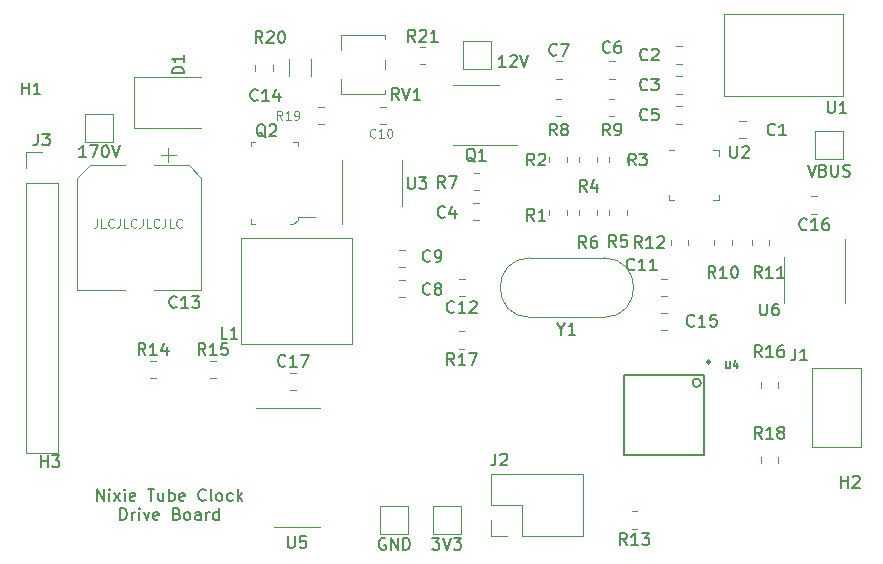
<source format=gbr>
%TF.GenerationSoftware,KiCad,Pcbnew,(6.0.2)*%
%TF.CreationDate,2023-05-20T08:16:15+01:00*%
%TF.ProjectId,Main Board,4d61696e-2042-46f6-9172-642e6b696361,rev?*%
%TF.SameCoordinates,Original*%
%TF.FileFunction,Legend,Top*%
%TF.FilePolarity,Positive*%
%FSLAX46Y46*%
G04 Gerber Fmt 4.6, Leading zero omitted, Abs format (unit mm)*
G04 Created by KiCad (PCBNEW (6.0.2)) date 2023-05-20 08:16:15*
%MOMM*%
%LPD*%
G01*
G04 APERTURE LIST*
%ADD10C,0.100000*%
%ADD11C,0.150000*%
%ADD12C,0.120000*%
%ADD13C,0.152400*%
%ADD14C,0.254000*%
G04 APERTURE END LIST*
D10*
X120995714Y-87219285D02*
X120995714Y-87755000D01*
X120960000Y-87862142D01*
X120888571Y-87933571D01*
X120781428Y-87969285D01*
X120710000Y-87969285D01*
X121710000Y-87969285D02*
X121352857Y-87969285D01*
X121352857Y-87219285D01*
X122388571Y-87897857D02*
X122352857Y-87933571D01*
X122245714Y-87969285D01*
X122174285Y-87969285D01*
X122067142Y-87933571D01*
X121995714Y-87862142D01*
X121960000Y-87790714D01*
X121924285Y-87647857D01*
X121924285Y-87540714D01*
X121960000Y-87397857D01*
X121995714Y-87326428D01*
X122067142Y-87255000D01*
X122174285Y-87219285D01*
X122245714Y-87219285D01*
X122352857Y-87255000D01*
X122388571Y-87290714D01*
X122924285Y-87219285D02*
X122924285Y-87755000D01*
X122888571Y-87862142D01*
X122817142Y-87933571D01*
X122710000Y-87969285D01*
X122638571Y-87969285D01*
X123638571Y-87969285D02*
X123281428Y-87969285D01*
X123281428Y-87219285D01*
X124317142Y-87897857D02*
X124281428Y-87933571D01*
X124174285Y-87969285D01*
X124102857Y-87969285D01*
X123995714Y-87933571D01*
X123924285Y-87862142D01*
X123888571Y-87790714D01*
X123852857Y-87647857D01*
X123852857Y-87540714D01*
X123888571Y-87397857D01*
X123924285Y-87326428D01*
X123995714Y-87255000D01*
X124102857Y-87219285D01*
X124174285Y-87219285D01*
X124281428Y-87255000D01*
X124317142Y-87290714D01*
X124852857Y-87219285D02*
X124852857Y-87755000D01*
X124817142Y-87862142D01*
X124745714Y-87933571D01*
X124638571Y-87969285D01*
X124567142Y-87969285D01*
X125567142Y-87969285D02*
X125210000Y-87969285D01*
X125210000Y-87219285D01*
X126245714Y-87897857D02*
X126210000Y-87933571D01*
X126102857Y-87969285D01*
X126031428Y-87969285D01*
X125924285Y-87933571D01*
X125852857Y-87862142D01*
X125817142Y-87790714D01*
X125781428Y-87647857D01*
X125781428Y-87540714D01*
X125817142Y-87397857D01*
X125852857Y-87326428D01*
X125924285Y-87255000D01*
X126031428Y-87219285D01*
X126102857Y-87219285D01*
X126210000Y-87255000D01*
X126245714Y-87290714D01*
X126781428Y-87219285D02*
X126781428Y-87755000D01*
X126745714Y-87862142D01*
X126674285Y-87933571D01*
X126567142Y-87969285D01*
X126495714Y-87969285D01*
X127495714Y-87969285D02*
X127138571Y-87969285D01*
X127138571Y-87219285D01*
X128174285Y-87897857D02*
X128138571Y-87933571D01*
X128031428Y-87969285D01*
X127960000Y-87969285D01*
X127852857Y-87933571D01*
X127781428Y-87862142D01*
X127745714Y-87790714D01*
X127710000Y-87647857D01*
X127710000Y-87540714D01*
X127745714Y-87397857D01*
X127781428Y-87326428D01*
X127852857Y-87255000D01*
X127960000Y-87219285D01*
X128031428Y-87219285D01*
X128138571Y-87255000D01*
X128174285Y-87290714D01*
D11*
X120988185Y-111104613D02*
X120988185Y-110104613D01*
X121559613Y-111104613D01*
X121559613Y-110104613D01*
X122035804Y-111104613D02*
X122035804Y-110437947D01*
X122035804Y-110104613D02*
X121988185Y-110152233D01*
X122035804Y-110199852D01*
X122083423Y-110152233D01*
X122035804Y-110104613D01*
X122035804Y-110199852D01*
X122416756Y-111104613D02*
X122940566Y-110437947D01*
X122416756Y-110437947D02*
X122940566Y-111104613D01*
X123321518Y-111104613D02*
X123321518Y-110437947D01*
X123321518Y-110104613D02*
X123273899Y-110152233D01*
X123321518Y-110199852D01*
X123369137Y-110152233D01*
X123321518Y-110104613D01*
X123321518Y-110199852D01*
X124178661Y-111056994D02*
X124083423Y-111104613D01*
X123892947Y-111104613D01*
X123797709Y-111056994D01*
X123750090Y-110961756D01*
X123750090Y-110580804D01*
X123797709Y-110485566D01*
X123892947Y-110437947D01*
X124083423Y-110437947D01*
X124178661Y-110485566D01*
X124226280Y-110580804D01*
X124226280Y-110676042D01*
X123750090Y-110771280D01*
X125273899Y-110104613D02*
X125845328Y-110104613D01*
X125559613Y-111104613D02*
X125559613Y-110104613D01*
X126607233Y-110437947D02*
X126607233Y-111104613D01*
X126178661Y-110437947D02*
X126178661Y-110961756D01*
X126226280Y-111056994D01*
X126321518Y-111104613D01*
X126464375Y-111104613D01*
X126559613Y-111056994D01*
X126607233Y-111009375D01*
X127083423Y-111104613D02*
X127083423Y-110104613D01*
X127083423Y-110485566D02*
X127178661Y-110437947D01*
X127369137Y-110437947D01*
X127464375Y-110485566D01*
X127511994Y-110533185D01*
X127559613Y-110628423D01*
X127559613Y-110914137D01*
X127511994Y-111009375D01*
X127464375Y-111056994D01*
X127369137Y-111104613D01*
X127178661Y-111104613D01*
X127083423Y-111056994D01*
X128369137Y-111056994D02*
X128273899Y-111104613D01*
X128083423Y-111104613D01*
X127988185Y-111056994D01*
X127940566Y-110961756D01*
X127940566Y-110580804D01*
X127988185Y-110485566D01*
X128083423Y-110437947D01*
X128273899Y-110437947D01*
X128369137Y-110485566D01*
X128416756Y-110580804D01*
X128416756Y-110676042D01*
X127940566Y-110771280D01*
X130178661Y-111009375D02*
X130131042Y-111056994D01*
X129988185Y-111104613D01*
X129892947Y-111104613D01*
X129750090Y-111056994D01*
X129654852Y-110961756D01*
X129607233Y-110866518D01*
X129559613Y-110676042D01*
X129559613Y-110533185D01*
X129607233Y-110342709D01*
X129654852Y-110247471D01*
X129750090Y-110152233D01*
X129892947Y-110104613D01*
X129988185Y-110104613D01*
X130131042Y-110152233D01*
X130178661Y-110199852D01*
X130750090Y-111104613D02*
X130654852Y-111056994D01*
X130607233Y-110961756D01*
X130607233Y-110104613D01*
X131273899Y-111104613D02*
X131178661Y-111056994D01*
X131131042Y-111009375D01*
X131083423Y-110914137D01*
X131083423Y-110628423D01*
X131131042Y-110533185D01*
X131178661Y-110485566D01*
X131273899Y-110437947D01*
X131416756Y-110437947D01*
X131511994Y-110485566D01*
X131559613Y-110533185D01*
X131607233Y-110628423D01*
X131607233Y-110914137D01*
X131559613Y-111009375D01*
X131511994Y-111056994D01*
X131416756Y-111104613D01*
X131273899Y-111104613D01*
X132464375Y-111056994D02*
X132369137Y-111104613D01*
X132178661Y-111104613D01*
X132083423Y-111056994D01*
X132035804Y-111009375D01*
X131988185Y-110914137D01*
X131988185Y-110628423D01*
X132035804Y-110533185D01*
X132083423Y-110485566D01*
X132178661Y-110437947D01*
X132369137Y-110437947D01*
X132464375Y-110485566D01*
X132892947Y-111104613D02*
X132892947Y-110104613D01*
X132988185Y-110723661D02*
X133273899Y-111104613D01*
X133273899Y-110437947D02*
X132892947Y-110818899D01*
X122940566Y-112714613D02*
X122940566Y-111714613D01*
X123178661Y-111714613D01*
X123321518Y-111762233D01*
X123416756Y-111857471D01*
X123464375Y-111952709D01*
X123511994Y-112143185D01*
X123511994Y-112286042D01*
X123464375Y-112476518D01*
X123416756Y-112571756D01*
X123321518Y-112666994D01*
X123178661Y-112714613D01*
X122940566Y-112714613D01*
X123940566Y-112714613D02*
X123940566Y-112047947D01*
X123940566Y-112238423D02*
X123988185Y-112143185D01*
X124035804Y-112095566D01*
X124131042Y-112047947D01*
X124226280Y-112047947D01*
X124559613Y-112714613D02*
X124559613Y-112047947D01*
X124559613Y-111714613D02*
X124511994Y-111762233D01*
X124559613Y-111809852D01*
X124607233Y-111762233D01*
X124559613Y-111714613D01*
X124559613Y-111809852D01*
X124940566Y-112047947D02*
X125178661Y-112714613D01*
X125416756Y-112047947D01*
X126178661Y-112666994D02*
X126083423Y-112714613D01*
X125892947Y-112714613D01*
X125797709Y-112666994D01*
X125750090Y-112571756D01*
X125750090Y-112190804D01*
X125797709Y-112095566D01*
X125892947Y-112047947D01*
X126083423Y-112047947D01*
X126178661Y-112095566D01*
X126226280Y-112190804D01*
X126226280Y-112286042D01*
X125750090Y-112381280D01*
X127750090Y-112190804D02*
X127892947Y-112238423D01*
X127940566Y-112286042D01*
X127988185Y-112381280D01*
X127988185Y-112524137D01*
X127940566Y-112619375D01*
X127892947Y-112666994D01*
X127797709Y-112714613D01*
X127416756Y-112714613D01*
X127416756Y-111714613D01*
X127750090Y-111714613D01*
X127845328Y-111762233D01*
X127892947Y-111809852D01*
X127940566Y-111905090D01*
X127940566Y-112000328D01*
X127892947Y-112095566D01*
X127845328Y-112143185D01*
X127750090Y-112190804D01*
X127416756Y-112190804D01*
X128559613Y-112714613D02*
X128464375Y-112666994D01*
X128416756Y-112619375D01*
X128369137Y-112524137D01*
X128369137Y-112238423D01*
X128416756Y-112143185D01*
X128464375Y-112095566D01*
X128559613Y-112047947D01*
X128702471Y-112047947D01*
X128797709Y-112095566D01*
X128845328Y-112143185D01*
X128892947Y-112238423D01*
X128892947Y-112524137D01*
X128845328Y-112619375D01*
X128797709Y-112666994D01*
X128702471Y-112714613D01*
X128559613Y-112714613D01*
X129750090Y-112714613D02*
X129750090Y-112190804D01*
X129702471Y-112095566D01*
X129607233Y-112047947D01*
X129416756Y-112047947D01*
X129321518Y-112095566D01*
X129750090Y-112666994D02*
X129654852Y-112714613D01*
X129416756Y-112714613D01*
X129321518Y-112666994D01*
X129273899Y-112571756D01*
X129273899Y-112476518D01*
X129321518Y-112381280D01*
X129416756Y-112333661D01*
X129654852Y-112333661D01*
X129750090Y-112286042D01*
X130226280Y-112714613D02*
X130226280Y-112047947D01*
X130226280Y-112238423D02*
X130273899Y-112143185D01*
X130321518Y-112095566D01*
X130416756Y-112047947D01*
X130511994Y-112047947D01*
X131273899Y-112714613D02*
X131273899Y-111714613D01*
X131273899Y-112666994D02*
X131178661Y-112714613D01*
X130988185Y-112714613D01*
X130892947Y-112666994D01*
X130845328Y-112619375D01*
X130797709Y-112524137D01*
X130797709Y-112238423D01*
X130845328Y-112143185D01*
X130892947Y-112095566D01*
X130988185Y-112047947D01*
X131178661Y-112047947D01*
X131273899Y-112095566D01*
X155590952Y-74366380D02*
X155019523Y-74366380D01*
X155305238Y-74366380D02*
X155305238Y-73366380D01*
X155210000Y-73509238D01*
X155114761Y-73604476D01*
X155019523Y-73652095D01*
X155971904Y-73461619D02*
X156019523Y-73414000D01*
X156114761Y-73366380D01*
X156352857Y-73366380D01*
X156448095Y-73414000D01*
X156495714Y-73461619D01*
X156543333Y-73556857D01*
X156543333Y-73652095D01*
X156495714Y-73794952D01*
X155924285Y-74366380D01*
X156543333Y-74366380D01*
X156829047Y-73366380D02*
X157162380Y-74366380D01*
X157495714Y-73366380D01*
%TO.C,C4*%
X150435566Y-87049375D02*
X150387947Y-87096994D01*
X150245090Y-87144613D01*
X150149852Y-87144613D01*
X150006994Y-87096994D01*
X149911756Y-87001756D01*
X149864137Y-86906518D01*
X149816518Y-86716042D01*
X149816518Y-86573185D01*
X149864137Y-86382709D01*
X149911756Y-86287471D01*
X150006994Y-86192233D01*
X150149852Y-86144613D01*
X150245090Y-86144613D01*
X150387947Y-86192233D01*
X150435566Y-86239852D01*
X151292709Y-86477947D02*
X151292709Y-87144613D01*
X151054613Y-86096994D02*
X150816518Y-86811280D01*
X151435566Y-86811280D01*
%TO.C,Q2*%
X135266994Y-80323619D02*
X135171756Y-80276000D01*
X135076518Y-80180761D01*
X134933661Y-80037904D01*
X134838423Y-79990285D01*
X134743185Y-79990285D01*
X134790804Y-80228380D02*
X134695566Y-80180761D01*
X134600328Y-80085523D01*
X134552709Y-79895047D01*
X134552709Y-79561714D01*
X134600328Y-79371238D01*
X134695566Y-79276000D01*
X134790804Y-79228380D01*
X134981280Y-79228380D01*
X135076518Y-79276000D01*
X135171756Y-79371238D01*
X135219375Y-79561714D01*
X135219375Y-79895047D01*
X135171756Y-80085523D01*
X135076518Y-80180761D01*
X134981280Y-80228380D01*
X134790804Y-80228380D01*
X135600328Y-79323619D02*
X135647947Y-79276000D01*
X135743185Y-79228380D01*
X135981280Y-79228380D01*
X136076518Y-79276000D01*
X136124137Y-79323619D01*
X136171756Y-79418857D01*
X136171756Y-79514095D01*
X136124137Y-79656952D01*
X135552709Y-80228380D01*
X136171756Y-80228380D01*
%TO.C,R14*%
X125089892Y-98751380D02*
X124756559Y-98275190D01*
X124518464Y-98751380D02*
X124518464Y-97751380D01*
X124899416Y-97751380D01*
X124994654Y-97799000D01*
X125042273Y-97846619D01*
X125089892Y-97941857D01*
X125089892Y-98084714D01*
X125042273Y-98179952D01*
X124994654Y-98227571D01*
X124899416Y-98275190D01*
X124518464Y-98275190D01*
X126042273Y-98751380D02*
X125470845Y-98751380D01*
X125756559Y-98751380D02*
X125756559Y-97751380D01*
X125661321Y-97894238D01*
X125566083Y-97989476D01*
X125470845Y-98037095D01*
X126899416Y-98084714D02*
X126899416Y-98751380D01*
X126661321Y-97703761D02*
X126423226Y-98418047D01*
X127042273Y-98418047D01*
%TO.C,C5*%
X167580566Y-78794375D02*
X167532947Y-78841994D01*
X167390090Y-78889613D01*
X167294852Y-78889613D01*
X167151994Y-78841994D01*
X167056756Y-78746756D01*
X167009137Y-78651518D01*
X166961518Y-78461042D01*
X166961518Y-78318185D01*
X167009137Y-78127709D01*
X167056756Y-78032471D01*
X167151994Y-77937233D01*
X167294852Y-77889613D01*
X167390090Y-77889613D01*
X167532947Y-77937233D01*
X167580566Y-77984852D01*
X168485328Y-77889613D02*
X168009137Y-77889613D01*
X167961518Y-78365804D01*
X168009137Y-78318185D01*
X168104375Y-78270566D01*
X168342471Y-78270566D01*
X168437709Y-78318185D01*
X168485328Y-78365804D01*
X168532947Y-78461042D01*
X168532947Y-78699137D01*
X168485328Y-78794375D01*
X168437709Y-78841994D01*
X168342471Y-78889613D01*
X168104375Y-78889613D01*
X168009137Y-78841994D01*
X167961518Y-78794375D01*
%TO.C,Q1*%
X152996994Y-82384852D02*
X152901756Y-82337233D01*
X152806518Y-82241994D01*
X152663661Y-82099137D01*
X152568423Y-82051518D01*
X152473185Y-82051518D01*
X152520804Y-82289613D02*
X152425566Y-82241994D01*
X152330328Y-82146756D01*
X152282709Y-81956280D01*
X152282709Y-81622947D01*
X152330328Y-81432471D01*
X152425566Y-81337233D01*
X152520804Y-81289613D01*
X152711280Y-81289613D01*
X152806518Y-81337233D01*
X152901756Y-81432471D01*
X152949375Y-81622947D01*
X152949375Y-81956280D01*
X152901756Y-82146756D01*
X152806518Y-82241994D01*
X152711280Y-82289613D01*
X152520804Y-82289613D01*
X153901756Y-82289613D02*
X153330328Y-82289613D01*
X153616042Y-82289613D02*
X153616042Y-81289613D01*
X153520804Y-81432471D01*
X153425566Y-81527709D01*
X153330328Y-81575328D01*
%TO.C,R9*%
X164405566Y-80159613D02*
X164072233Y-79683423D01*
X163834137Y-80159613D02*
X163834137Y-79159613D01*
X164215090Y-79159613D01*
X164310328Y-79207233D01*
X164357947Y-79254852D01*
X164405566Y-79350090D01*
X164405566Y-79492947D01*
X164357947Y-79588185D01*
X164310328Y-79635804D01*
X164215090Y-79683423D01*
X163834137Y-79683423D01*
X164881756Y-80159613D02*
X165072233Y-80159613D01*
X165167471Y-80111994D01*
X165215090Y-80064375D01*
X165310328Y-79921518D01*
X165357947Y-79731042D01*
X165357947Y-79350090D01*
X165310328Y-79254852D01*
X165262709Y-79207233D01*
X165167471Y-79159613D01*
X164976994Y-79159613D01*
X164881756Y-79207233D01*
X164834137Y-79254852D01*
X164786518Y-79350090D01*
X164786518Y-79588185D01*
X164834137Y-79683423D01*
X164881756Y-79731042D01*
X164976994Y-79778661D01*
X165167471Y-79778661D01*
X165262709Y-79731042D01*
X165310328Y-79683423D01*
X165357947Y-79588185D01*
%TO.C,R8*%
X159910566Y-80159613D02*
X159577233Y-79683423D01*
X159339137Y-80159613D02*
X159339137Y-79159613D01*
X159720090Y-79159613D01*
X159815328Y-79207233D01*
X159862947Y-79254852D01*
X159910566Y-79350090D01*
X159910566Y-79492947D01*
X159862947Y-79588185D01*
X159815328Y-79635804D01*
X159720090Y-79683423D01*
X159339137Y-79683423D01*
X160481994Y-79588185D02*
X160386756Y-79540566D01*
X160339137Y-79492947D01*
X160291518Y-79397709D01*
X160291518Y-79350090D01*
X160339137Y-79254852D01*
X160386756Y-79207233D01*
X160481994Y-79159613D01*
X160672471Y-79159613D01*
X160767709Y-79207233D01*
X160815328Y-79254852D01*
X160862947Y-79350090D01*
X160862947Y-79397709D01*
X160815328Y-79492947D01*
X160767709Y-79540566D01*
X160672471Y-79588185D01*
X160481994Y-79588185D01*
X160386756Y-79635804D01*
X160339137Y-79683423D01*
X160291518Y-79778661D01*
X160291518Y-79969137D01*
X160339137Y-80064375D01*
X160386756Y-80111994D01*
X160481994Y-80159613D01*
X160672471Y-80159613D01*
X160767709Y-80111994D01*
X160815328Y-80064375D01*
X160862947Y-79969137D01*
X160862947Y-79778661D01*
X160815328Y-79683423D01*
X160767709Y-79635804D01*
X160672471Y-79588185D01*
D12*
%TO.C,C10*%
X144551857Y-80277857D02*
X144516142Y-80313571D01*
X144409000Y-80349285D01*
X144337571Y-80349285D01*
X144230428Y-80313571D01*
X144159000Y-80242142D01*
X144123285Y-80170714D01*
X144087571Y-80027857D01*
X144087571Y-79920714D01*
X144123285Y-79777857D01*
X144159000Y-79706428D01*
X144230428Y-79635000D01*
X144337571Y-79599285D01*
X144409000Y-79599285D01*
X144516142Y-79635000D01*
X144551857Y-79670714D01*
X145266142Y-80349285D02*
X144837571Y-80349285D01*
X145051857Y-80349285D02*
X145051857Y-79599285D01*
X144980428Y-79706428D01*
X144909000Y-79777857D01*
X144837571Y-79813571D01*
X145730428Y-79599285D02*
X145801857Y-79599285D01*
X145873285Y-79635000D01*
X145909000Y-79670714D01*
X145944714Y-79742142D01*
X145980428Y-79885000D01*
X145980428Y-80063571D01*
X145944714Y-80206428D01*
X145909000Y-80277857D01*
X145873285Y-80313571D01*
X145801857Y-80349285D01*
X145730428Y-80349285D01*
X145659000Y-80313571D01*
X145623285Y-80277857D01*
X145587571Y-80206428D01*
X145551857Y-80063571D01*
X145551857Y-79885000D01*
X145587571Y-79742142D01*
X145623285Y-79670714D01*
X145659000Y-79635000D01*
X145730428Y-79599285D01*
D11*
%TO.C,RV1*%
X146544761Y-77160380D02*
X146211428Y-76684190D01*
X145973333Y-77160380D02*
X145973333Y-76160380D01*
X146354285Y-76160380D01*
X146449523Y-76208000D01*
X146497142Y-76255619D01*
X146544761Y-76350857D01*
X146544761Y-76493714D01*
X146497142Y-76588952D01*
X146449523Y-76636571D01*
X146354285Y-76684190D01*
X145973333Y-76684190D01*
X146830476Y-76160380D02*
X147163809Y-77160380D01*
X147497142Y-76160380D01*
X148354285Y-77160380D02*
X147782857Y-77160380D01*
X148068571Y-77160380D02*
X148068571Y-76160380D01*
X147973333Y-76303238D01*
X147878095Y-76398476D01*
X147782857Y-76446095D01*
%TO.C,R18*%
X177264375Y-105837113D02*
X176931042Y-105360923D01*
X176692947Y-105837113D02*
X176692947Y-104837113D01*
X177073899Y-104837113D01*
X177169137Y-104884733D01*
X177216756Y-104932352D01*
X177264375Y-105027590D01*
X177264375Y-105170447D01*
X177216756Y-105265685D01*
X177169137Y-105313304D01*
X177073899Y-105360923D01*
X176692947Y-105360923D01*
X178216756Y-105837113D02*
X177645328Y-105837113D01*
X177931042Y-105837113D02*
X177931042Y-104837113D01*
X177835804Y-104979971D01*
X177740566Y-105075209D01*
X177645328Y-105122828D01*
X178788185Y-105265685D02*
X178692947Y-105218066D01*
X178645328Y-105170447D01*
X178597709Y-105075209D01*
X178597709Y-105027590D01*
X178645328Y-104932352D01*
X178692947Y-104884733D01*
X178788185Y-104837113D01*
X178978661Y-104837113D01*
X179073899Y-104884733D01*
X179121518Y-104932352D01*
X179169137Y-105027590D01*
X179169137Y-105075209D01*
X179121518Y-105170447D01*
X179073899Y-105218066D01*
X178978661Y-105265685D01*
X178788185Y-105265685D01*
X178692947Y-105313304D01*
X178645328Y-105360923D01*
X178597709Y-105456161D01*
X178597709Y-105646637D01*
X178645328Y-105741875D01*
X178692947Y-105789494D01*
X178788185Y-105837113D01*
X178978661Y-105837113D01*
X179073899Y-105789494D01*
X179121518Y-105741875D01*
X179169137Y-105646637D01*
X179169137Y-105456161D01*
X179121518Y-105360923D01*
X179073899Y-105313304D01*
X178978661Y-105265685D01*
%TO.C,R3*%
X166583333Y-82699613D02*
X166250000Y-82223423D01*
X166011904Y-82699613D02*
X166011904Y-81699613D01*
X166392857Y-81699613D01*
X166488095Y-81747233D01*
X166535714Y-81794852D01*
X166583333Y-81890090D01*
X166583333Y-82032947D01*
X166535714Y-82128185D01*
X166488095Y-82175804D01*
X166392857Y-82223423D01*
X166011904Y-82223423D01*
X166916666Y-81699613D02*
X167535714Y-81699613D01*
X167202380Y-82080566D01*
X167345238Y-82080566D01*
X167440476Y-82128185D01*
X167488095Y-82175804D01*
X167535714Y-82271042D01*
X167535714Y-82509137D01*
X167488095Y-82604375D01*
X167440476Y-82651994D01*
X167345238Y-82699613D01*
X167059523Y-82699613D01*
X166964285Y-82651994D01*
X166916666Y-82604375D01*
%TO.C,H3*%
X116238095Y-108252380D02*
X116238095Y-107252380D01*
X116238095Y-107728571D02*
X116809523Y-107728571D01*
X116809523Y-108252380D02*
X116809523Y-107252380D01*
X117190476Y-107252380D02*
X117809523Y-107252380D01*
X117476190Y-107633333D01*
X117619047Y-107633333D01*
X117714285Y-107680952D01*
X117761904Y-107728571D01*
X117809523Y-107823809D01*
X117809523Y-108061904D01*
X117761904Y-108157142D01*
X117714285Y-108204761D01*
X117619047Y-108252380D01*
X117333333Y-108252380D01*
X117238095Y-108204761D01*
X117190476Y-108157142D01*
%TO.C,C1*%
X178375566Y-80064375D02*
X178327947Y-80111994D01*
X178185090Y-80159613D01*
X178089852Y-80159613D01*
X177946994Y-80111994D01*
X177851756Y-80016756D01*
X177804137Y-79921518D01*
X177756518Y-79731042D01*
X177756518Y-79588185D01*
X177804137Y-79397709D01*
X177851756Y-79302471D01*
X177946994Y-79207233D01*
X178089852Y-79159613D01*
X178185090Y-79159613D01*
X178327947Y-79207233D01*
X178375566Y-79254852D01*
X179327947Y-80159613D02*
X178756518Y-80159613D01*
X179042233Y-80159613D02*
X179042233Y-79159613D01*
X178946994Y-79302471D01*
X178851756Y-79397709D01*
X178756518Y-79445328D01*
%TO.C,C12*%
X151229375Y-95079375D02*
X151181756Y-95126994D01*
X151038899Y-95174613D01*
X150943661Y-95174613D01*
X150800804Y-95126994D01*
X150705566Y-95031756D01*
X150657947Y-94936518D01*
X150610328Y-94746042D01*
X150610328Y-94603185D01*
X150657947Y-94412709D01*
X150705566Y-94317471D01*
X150800804Y-94222233D01*
X150943661Y-94174613D01*
X151038899Y-94174613D01*
X151181756Y-94222233D01*
X151229375Y-94269852D01*
X152181756Y-95174613D02*
X151610328Y-95174613D01*
X151896042Y-95174613D02*
X151896042Y-94174613D01*
X151800804Y-94317471D01*
X151705566Y-94412709D01*
X151610328Y-94460328D01*
X152562709Y-94269852D02*
X152610328Y-94222233D01*
X152705566Y-94174613D01*
X152943661Y-94174613D01*
X153038899Y-94222233D01*
X153086518Y-94269852D01*
X153134137Y-94365090D01*
X153134137Y-94460328D01*
X153086518Y-94603185D01*
X152515090Y-95174613D01*
X153134137Y-95174613D01*
%TO.C,TP2*%
X145395328Y-114277233D02*
X145300090Y-114229613D01*
X145157233Y-114229613D01*
X145014375Y-114277233D01*
X144919137Y-114372471D01*
X144871518Y-114467709D01*
X144823899Y-114658185D01*
X144823899Y-114801042D01*
X144871518Y-114991518D01*
X144919137Y-115086756D01*
X145014375Y-115181994D01*
X145157233Y-115229613D01*
X145252471Y-115229613D01*
X145395328Y-115181994D01*
X145442947Y-115134375D01*
X145442947Y-114801042D01*
X145252471Y-114801042D01*
X145871518Y-115229613D02*
X145871518Y-114229613D01*
X146442947Y-115229613D01*
X146442947Y-114229613D01*
X146919137Y-115229613D02*
X146919137Y-114229613D01*
X147157233Y-114229613D01*
X147300090Y-114277233D01*
X147395328Y-114372471D01*
X147442947Y-114467709D01*
X147490566Y-114658185D01*
X147490566Y-114801042D01*
X147442947Y-114991518D01*
X147395328Y-115086756D01*
X147300090Y-115181994D01*
X147157233Y-115229613D01*
X146919137Y-115229613D01*
%TO.C,R17*%
X151229375Y-99589613D02*
X150896042Y-99113423D01*
X150657947Y-99589613D02*
X150657947Y-98589613D01*
X151038899Y-98589613D01*
X151134137Y-98637233D01*
X151181756Y-98684852D01*
X151229375Y-98780090D01*
X151229375Y-98922947D01*
X151181756Y-99018185D01*
X151134137Y-99065804D01*
X151038899Y-99113423D01*
X150657947Y-99113423D01*
X152181756Y-99589613D02*
X151610328Y-99589613D01*
X151896042Y-99589613D02*
X151896042Y-98589613D01*
X151800804Y-98732471D01*
X151705566Y-98827709D01*
X151610328Y-98875328D01*
X152515090Y-98589613D02*
X153181756Y-98589613D01*
X152753185Y-99589613D01*
%TO.C,L1*%
X132020566Y-97373380D02*
X131544375Y-97373380D01*
X131544375Y-96373380D01*
X132877709Y-97373380D02*
X132306280Y-97373380D01*
X132591994Y-97373380D02*
X132591994Y-96373380D01*
X132496756Y-96516238D01*
X132401518Y-96611476D01*
X132306280Y-96659095D01*
%TO.C,R4*%
X162443333Y-84907380D02*
X162110000Y-84431190D01*
X161871904Y-84907380D02*
X161871904Y-83907380D01*
X162252857Y-83907380D01*
X162348095Y-83955000D01*
X162395714Y-84002619D01*
X162443333Y-84097857D01*
X162443333Y-84240714D01*
X162395714Y-84335952D01*
X162348095Y-84383571D01*
X162252857Y-84431190D01*
X161871904Y-84431190D01*
X163300476Y-84240714D02*
X163300476Y-84907380D01*
X163062380Y-83859761D02*
X162824285Y-84574047D01*
X163443333Y-84574047D01*
%TO.C,C17*%
X136944375Y-99644375D02*
X136896756Y-99691994D01*
X136753899Y-99739613D01*
X136658661Y-99739613D01*
X136515804Y-99691994D01*
X136420566Y-99596756D01*
X136372947Y-99501518D01*
X136325328Y-99311042D01*
X136325328Y-99168185D01*
X136372947Y-98977709D01*
X136420566Y-98882471D01*
X136515804Y-98787233D01*
X136658661Y-98739613D01*
X136753899Y-98739613D01*
X136896756Y-98787233D01*
X136944375Y-98834852D01*
X137896756Y-99739613D02*
X137325328Y-99739613D01*
X137611042Y-99739613D02*
X137611042Y-98739613D01*
X137515804Y-98882471D01*
X137420566Y-98977709D01*
X137325328Y-99025328D01*
X138230090Y-98739613D02*
X138896756Y-98739613D01*
X138468185Y-99739613D01*
%TO.C,U1*%
X182860328Y-77254613D02*
X182860328Y-78064137D01*
X182907947Y-78159375D01*
X182955566Y-78206994D01*
X183050804Y-78254613D01*
X183241280Y-78254613D01*
X183336518Y-78206994D01*
X183384137Y-78159375D01*
X183431756Y-78064137D01*
X183431756Y-77254613D01*
X184431756Y-78254613D02*
X183860328Y-78254613D01*
X184146042Y-78254613D02*
X184146042Y-77254613D01*
X184050804Y-77397471D01*
X183955566Y-77492709D01*
X183860328Y-77540328D01*
%TO.C,U4*%
X174243669Y-99240078D02*
X174243669Y-99759176D01*
X174274205Y-99820246D01*
X174304740Y-99850782D01*
X174365810Y-99881317D01*
X174487951Y-99881317D01*
X174549021Y-99850782D01*
X174579557Y-99820246D01*
X174610092Y-99759176D01*
X174610092Y-99240078D01*
X175190260Y-99453824D02*
X175190260Y-99881317D01*
X175037584Y-99209543D02*
X174884908Y-99667570D01*
X175281866Y-99667570D01*
%TO.C,C3*%
X167580566Y-76254375D02*
X167532947Y-76301994D01*
X167390090Y-76349613D01*
X167294852Y-76349613D01*
X167151994Y-76301994D01*
X167056756Y-76206756D01*
X167009137Y-76111518D01*
X166961518Y-75921042D01*
X166961518Y-75778185D01*
X167009137Y-75587709D01*
X167056756Y-75492471D01*
X167151994Y-75397233D01*
X167294852Y-75349613D01*
X167390090Y-75349613D01*
X167532947Y-75397233D01*
X167580566Y-75444852D01*
X167913899Y-75349613D02*
X168532947Y-75349613D01*
X168199613Y-75730566D01*
X168342471Y-75730566D01*
X168437709Y-75778185D01*
X168485328Y-75825804D01*
X168532947Y-75921042D01*
X168532947Y-76159137D01*
X168485328Y-76254375D01*
X168437709Y-76301994D01*
X168342471Y-76349613D01*
X168056756Y-76349613D01*
X167961518Y-76301994D01*
X167913899Y-76254375D01*
%TO.C,U2*%
X174605328Y-81064613D02*
X174605328Y-81874137D01*
X174652947Y-81969375D01*
X174700566Y-82016994D01*
X174795804Y-82064613D01*
X174986280Y-82064613D01*
X175081518Y-82016994D01*
X175129137Y-81969375D01*
X175176756Y-81874137D01*
X175176756Y-81064613D01*
X175605328Y-81159852D02*
X175652947Y-81112233D01*
X175748185Y-81064613D01*
X175986280Y-81064613D01*
X176081518Y-81112233D01*
X176129137Y-81159852D01*
X176176756Y-81255090D01*
X176176756Y-81350328D01*
X176129137Y-81493185D01*
X175557709Y-82064613D01*
X176176756Y-82064613D01*
%TO.C,R21*%
X147923642Y-72208380D02*
X147590309Y-71732190D01*
X147352214Y-72208380D02*
X147352214Y-71208380D01*
X147733166Y-71208380D01*
X147828404Y-71256000D01*
X147876023Y-71303619D01*
X147923642Y-71398857D01*
X147923642Y-71541714D01*
X147876023Y-71636952D01*
X147828404Y-71684571D01*
X147733166Y-71732190D01*
X147352214Y-71732190D01*
X148304595Y-71303619D02*
X148352214Y-71256000D01*
X148447452Y-71208380D01*
X148685547Y-71208380D01*
X148780785Y-71256000D01*
X148828404Y-71303619D01*
X148876023Y-71398857D01*
X148876023Y-71494095D01*
X148828404Y-71636952D01*
X148256976Y-72208380D01*
X148876023Y-72208380D01*
X149828404Y-72208380D02*
X149256976Y-72208380D01*
X149542690Y-72208380D02*
X149542690Y-71208380D01*
X149447452Y-71351238D01*
X149352214Y-71446476D01*
X149256976Y-71494095D01*
%TO.C,R6*%
X162393333Y-89684613D02*
X162060000Y-89208423D01*
X161821904Y-89684613D02*
X161821904Y-88684613D01*
X162202857Y-88684613D01*
X162298095Y-88732233D01*
X162345714Y-88779852D01*
X162393333Y-88875090D01*
X162393333Y-89017947D01*
X162345714Y-89113185D01*
X162298095Y-89160804D01*
X162202857Y-89208423D01*
X161821904Y-89208423D01*
X163250476Y-88684613D02*
X163060000Y-88684613D01*
X162964761Y-88732233D01*
X162917142Y-88779852D01*
X162821904Y-88922709D01*
X162774285Y-89113185D01*
X162774285Y-89494137D01*
X162821904Y-89589375D01*
X162869523Y-89636994D01*
X162964761Y-89684613D01*
X163155238Y-89684613D01*
X163250476Y-89636994D01*
X163298095Y-89589375D01*
X163345714Y-89494137D01*
X163345714Y-89256042D01*
X163298095Y-89160804D01*
X163250476Y-89113185D01*
X163155238Y-89065566D01*
X162964761Y-89065566D01*
X162869523Y-89113185D01*
X162821904Y-89160804D01*
X162774285Y-89256042D01*
%TO.C,H1*%
X114628095Y-76682380D02*
X114628095Y-75682380D01*
X114628095Y-76158571D02*
X115199523Y-76158571D01*
X115199523Y-76682380D02*
X115199523Y-75682380D01*
X116199523Y-76682380D02*
X115628095Y-76682380D01*
X115913809Y-76682380D02*
X115913809Y-75682380D01*
X115818571Y-75825238D01*
X115723333Y-75920476D01*
X115628095Y-75968095D01*
%TO.C,C15*%
X171549375Y-96242142D02*
X171501756Y-96289761D01*
X171358899Y-96337380D01*
X171263661Y-96337380D01*
X171120804Y-96289761D01*
X171025566Y-96194523D01*
X170977947Y-96099285D01*
X170930328Y-95908809D01*
X170930328Y-95765952D01*
X170977947Y-95575476D01*
X171025566Y-95480238D01*
X171120804Y-95385000D01*
X171263661Y-95337380D01*
X171358899Y-95337380D01*
X171501756Y-95385000D01*
X171549375Y-95432619D01*
X172501756Y-96337380D02*
X171930328Y-96337380D01*
X172216042Y-96337380D02*
X172216042Y-95337380D01*
X172120804Y-95480238D01*
X172025566Y-95575476D01*
X171930328Y-95623095D01*
X173406518Y-95337380D02*
X172930328Y-95337380D01*
X172882709Y-95813571D01*
X172930328Y-95765952D01*
X173025566Y-95718333D01*
X173263661Y-95718333D01*
X173358899Y-95765952D01*
X173406518Y-95813571D01*
X173454137Y-95908809D01*
X173454137Y-96146904D01*
X173406518Y-96242142D01*
X173358899Y-96289761D01*
X173263661Y-96337380D01*
X173025566Y-96337380D01*
X172930328Y-96289761D01*
X172882709Y-96242142D01*
%TO.C,U3*%
X147300328Y-83673380D02*
X147300328Y-84482904D01*
X147347947Y-84578142D01*
X147395566Y-84625761D01*
X147490804Y-84673380D01*
X147681280Y-84673380D01*
X147776518Y-84625761D01*
X147824137Y-84578142D01*
X147871756Y-84482904D01*
X147871756Y-83673380D01*
X148252709Y-83673380D02*
X148871756Y-83673380D01*
X148538423Y-84054333D01*
X148681280Y-84054333D01*
X148776518Y-84101952D01*
X148824137Y-84149571D01*
X148871756Y-84244809D01*
X148871756Y-84482904D01*
X148824137Y-84578142D01*
X148776518Y-84625761D01*
X148681280Y-84673380D01*
X148395566Y-84673380D01*
X148300328Y-84625761D01*
X148252709Y-84578142D01*
%TO.C,TP1*%
X181153899Y-82637380D02*
X181487233Y-83637380D01*
X181820566Y-82637380D01*
X182487233Y-83113571D02*
X182630090Y-83161190D01*
X182677709Y-83208809D01*
X182725328Y-83304047D01*
X182725328Y-83446904D01*
X182677709Y-83542142D01*
X182630090Y-83589761D01*
X182534852Y-83637380D01*
X182153899Y-83637380D01*
X182153899Y-82637380D01*
X182487233Y-82637380D01*
X182582471Y-82685000D01*
X182630090Y-82732619D01*
X182677709Y-82827857D01*
X182677709Y-82923095D01*
X182630090Y-83018333D01*
X182582471Y-83065952D01*
X182487233Y-83113571D01*
X182153899Y-83113571D01*
X183153899Y-82637380D02*
X183153899Y-83446904D01*
X183201518Y-83542142D01*
X183249137Y-83589761D01*
X183344375Y-83637380D01*
X183534852Y-83637380D01*
X183630090Y-83589761D01*
X183677709Y-83542142D01*
X183725328Y-83446904D01*
X183725328Y-82637380D01*
X184153899Y-83589761D02*
X184296756Y-83637380D01*
X184534852Y-83637380D01*
X184630090Y-83589761D01*
X184677709Y-83542142D01*
X184725328Y-83446904D01*
X184725328Y-83351666D01*
X184677709Y-83256428D01*
X184630090Y-83208809D01*
X184534852Y-83161190D01*
X184344375Y-83113571D01*
X184249137Y-83065952D01*
X184201518Y-83018333D01*
X184153899Y-82923095D01*
X184153899Y-82827857D01*
X184201518Y-82732619D01*
X184249137Y-82685000D01*
X184344375Y-82637380D01*
X184582471Y-82637380D01*
X184725328Y-82685000D01*
%TO.C,R10*%
X173347142Y-92224613D02*
X173013809Y-91748423D01*
X172775714Y-92224613D02*
X172775714Y-91224613D01*
X173156666Y-91224613D01*
X173251904Y-91272233D01*
X173299523Y-91319852D01*
X173347142Y-91415090D01*
X173347142Y-91557947D01*
X173299523Y-91653185D01*
X173251904Y-91700804D01*
X173156666Y-91748423D01*
X172775714Y-91748423D01*
X174299523Y-92224613D02*
X173728095Y-92224613D01*
X174013809Y-92224613D02*
X174013809Y-91224613D01*
X173918571Y-91367471D01*
X173823333Y-91462709D01*
X173728095Y-91510328D01*
X174918571Y-91224613D02*
X175013809Y-91224613D01*
X175109047Y-91272233D01*
X175156666Y-91319852D01*
X175204285Y-91415090D01*
X175251904Y-91605566D01*
X175251904Y-91843661D01*
X175204285Y-92034137D01*
X175156666Y-92129375D01*
X175109047Y-92176994D01*
X175013809Y-92224613D01*
X174918571Y-92224613D01*
X174823333Y-92176994D01*
X174775714Y-92129375D01*
X174728095Y-92034137D01*
X174680476Y-91843661D01*
X174680476Y-91605566D01*
X174728095Y-91415090D01*
X174775714Y-91319852D01*
X174823333Y-91272233D01*
X174918571Y-91224613D01*
%TO.C,C2*%
X167580566Y-73714375D02*
X167532947Y-73761994D01*
X167390090Y-73809613D01*
X167294852Y-73809613D01*
X167151994Y-73761994D01*
X167056756Y-73666756D01*
X167009137Y-73571518D01*
X166961518Y-73381042D01*
X166961518Y-73238185D01*
X167009137Y-73047709D01*
X167056756Y-72952471D01*
X167151994Y-72857233D01*
X167294852Y-72809613D01*
X167390090Y-72809613D01*
X167532947Y-72857233D01*
X167580566Y-72904852D01*
X167961518Y-72904852D02*
X168009137Y-72857233D01*
X168104375Y-72809613D01*
X168342471Y-72809613D01*
X168437709Y-72857233D01*
X168485328Y-72904852D01*
X168532947Y-73000090D01*
X168532947Y-73095328D01*
X168485328Y-73238185D01*
X167913899Y-73809613D01*
X168532947Y-73809613D01*
%TO.C,TP3*%
X149364137Y-114229613D02*
X149983185Y-114229613D01*
X149649852Y-114610566D01*
X149792709Y-114610566D01*
X149887947Y-114658185D01*
X149935566Y-114705804D01*
X149983185Y-114801042D01*
X149983185Y-115039137D01*
X149935566Y-115134375D01*
X149887947Y-115181994D01*
X149792709Y-115229613D01*
X149506994Y-115229613D01*
X149411756Y-115181994D01*
X149364137Y-115134375D01*
X150268899Y-114229613D02*
X150602233Y-115229613D01*
X150935566Y-114229613D01*
X151173661Y-114229613D02*
X151792709Y-114229613D01*
X151459375Y-114610566D01*
X151602233Y-114610566D01*
X151697471Y-114658185D01*
X151745090Y-114705804D01*
X151792709Y-114801042D01*
X151792709Y-115039137D01*
X151745090Y-115134375D01*
X151697471Y-115181994D01*
X151602233Y-115229613D01*
X151316518Y-115229613D01*
X151221280Y-115181994D01*
X151173661Y-115134375D01*
%TO.C,R20*%
X134993142Y-72334380D02*
X134659809Y-71858190D01*
X134421714Y-72334380D02*
X134421714Y-71334380D01*
X134802666Y-71334380D01*
X134897904Y-71382000D01*
X134945523Y-71429619D01*
X134993142Y-71524857D01*
X134993142Y-71667714D01*
X134945523Y-71762952D01*
X134897904Y-71810571D01*
X134802666Y-71858190D01*
X134421714Y-71858190D01*
X135374095Y-71429619D02*
X135421714Y-71382000D01*
X135516952Y-71334380D01*
X135755047Y-71334380D01*
X135850285Y-71382000D01*
X135897904Y-71429619D01*
X135945523Y-71524857D01*
X135945523Y-71620095D01*
X135897904Y-71762952D01*
X135326476Y-72334380D01*
X135945523Y-72334380D01*
X136564571Y-71334380D02*
X136659809Y-71334380D01*
X136755047Y-71382000D01*
X136802666Y-71429619D01*
X136850285Y-71524857D01*
X136897904Y-71715333D01*
X136897904Y-71953428D01*
X136850285Y-72143904D01*
X136802666Y-72239142D01*
X136755047Y-72286761D01*
X136659809Y-72334380D01*
X136564571Y-72334380D01*
X136469333Y-72286761D01*
X136421714Y-72239142D01*
X136374095Y-72143904D01*
X136326476Y-71953428D01*
X136326476Y-71715333D01*
X136374095Y-71524857D01*
X136421714Y-71429619D01*
X136469333Y-71382000D01*
X136564571Y-71334380D01*
%TO.C,R5*%
X164933333Y-89606380D02*
X164600000Y-89130190D01*
X164361904Y-89606380D02*
X164361904Y-88606380D01*
X164742857Y-88606380D01*
X164838095Y-88654000D01*
X164885714Y-88701619D01*
X164933333Y-88796857D01*
X164933333Y-88939714D01*
X164885714Y-89034952D01*
X164838095Y-89082571D01*
X164742857Y-89130190D01*
X164361904Y-89130190D01*
X165838095Y-88606380D02*
X165361904Y-88606380D01*
X165314285Y-89082571D01*
X165361904Y-89034952D01*
X165457142Y-88987333D01*
X165695238Y-88987333D01*
X165790476Y-89034952D01*
X165838095Y-89082571D01*
X165885714Y-89177809D01*
X165885714Y-89415904D01*
X165838095Y-89511142D01*
X165790476Y-89558761D01*
X165695238Y-89606380D01*
X165457142Y-89606380D01*
X165361904Y-89558761D01*
X165314285Y-89511142D01*
%TO.C,J1*%
X180113899Y-98209613D02*
X180113899Y-98923899D01*
X180066280Y-99066756D01*
X179971042Y-99161994D01*
X179828185Y-99209613D01*
X179732947Y-99209613D01*
X181113899Y-99209613D02*
X180542471Y-99209613D01*
X180828185Y-99209613D02*
X180828185Y-98209613D01*
X180732947Y-98352471D01*
X180637709Y-98447709D01*
X180542471Y-98495328D01*
%TO.C,R1*%
X157998333Y-87371677D02*
X157665000Y-86895487D01*
X157426904Y-87371677D02*
X157426904Y-86371677D01*
X157807857Y-86371677D01*
X157903095Y-86419297D01*
X157950714Y-86466916D01*
X157998333Y-86562154D01*
X157998333Y-86705011D01*
X157950714Y-86800249D01*
X157903095Y-86847868D01*
X157807857Y-86895487D01*
X157426904Y-86895487D01*
X158950714Y-87371677D02*
X158379285Y-87371677D01*
X158665000Y-87371677D02*
X158665000Y-86371677D01*
X158569761Y-86514535D01*
X158474523Y-86609773D01*
X158379285Y-86657392D01*
%TO.C,H2*%
X183978095Y-109972380D02*
X183978095Y-108972380D01*
X183978095Y-109448571D02*
X184549523Y-109448571D01*
X184549523Y-109972380D02*
X184549523Y-108972380D01*
X184978095Y-109067619D02*
X185025714Y-109020000D01*
X185120952Y-108972380D01*
X185359047Y-108972380D01*
X185454285Y-109020000D01*
X185501904Y-109067619D01*
X185549523Y-109162857D01*
X185549523Y-109258095D01*
X185501904Y-109400952D01*
X184930476Y-109972380D01*
X185549523Y-109972380D01*
%TO.C,R12*%
X167104375Y-89684613D02*
X166771042Y-89208423D01*
X166532947Y-89684613D02*
X166532947Y-88684613D01*
X166913899Y-88684613D01*
X167009137Y-88732233D01*
X167056756Y-88779852D01*
X167104375Y-88875090D01*
X167104375Y-89017947D01*
X167056756Y-89113185D01*
X167009137Y-89160804D01*
X166913899Y-89208423D01*
X166532947Y-89208423D01*
X168056756Y-89684613D02*
X167485328Y-89684613D01*
X167771042Y-89684613D02*
X167771042Y-88684613D01*
X167675804Y-88827471D01*
X167580566Y-88922709D01*
X167485328Y-88970328D01*
X168437709Y-88779852D02*
X168485328Y-88732233D01*
X168580566Y-88684613D01*
X168818661Y-88684613D01*
X168913899Y-88732233D01*
X168961518Y-88779852D01*
X169009137Y-88875090D01*
X169009137Y-88970328D01*
X168961518Y-89113185D01*
X168390090Y-89684613D01*
X169009137Y-89684613D01*
%TO.C,C6*%
X164405566Y-73079375D02*
X164357947Y-73126994D01*
X164215090Y-73174613D01*
X164119852Y-73174613D01*
X163976994Y-73126994D01*
X163881756Y-73031756D01*
X163834137Y-72936518D01*
X163786518Y-72746042D01*
X163786518Y-72603185D01*
X163834137Y-72412709D01*
X163881756Y-72317471D01*
X163976994Y-72222233D01*
X164119852Y-72174613D01*
X164215090Y-72174613D01*
X164357947Y-72222233D01*
X164405566Y-72269852D01*
X165262709Y-72174613D02*
X165072233Y-72174613D01*
X164976994Y-72222233D01*
X164929375Y-72269852D01*
X164834137Y-72412709D01*
X164786518Y-72603185D01*
X164786518Y-72984137D01*
X164834137Y-73079375D01*
X164881756Y-73126994D01*
X164976994Y-73174613D01*
X165167471Y-73174613D01*
X165262709Y-73126994D01*
X165310328Y-73079375D01*
X165357947Y-72984137D01*
X165357947Y-72746042D01*
X165310328Y-72650804D01*
X165262709Y-72603185D01*
X165167471Y-72555566D01*
X164976994Y-72555566D01*
X164881756Y-72603185D01*
X164834137Y-72650804D01*
X164786518Y-72746042D01*
D12*
%TO.C,R19*%
X136677857Y-78825285D02*
X136427857Y-78468142D01*
X136249285Y-78825285D02*
X136249285Y-78075285D01*
X136535000Y-78075285D01*
X136606428Y-78111000D01*
X136642142Y-78146714D01*
X136677857Y-78218142D01*
X136677857Y-78325285D01*
X136642142Y-78396714D01*
X136606428Y-78432428D01*
X136535000Y-78468142D01*
X136249285Y-78468142D01*
X137392142Y-78825285D02*
X136963571Y-78825285D01*
X137177857Y-78825285D02*
X137177857Y-78075285D01*
X137106428Y-78182428D01*
X137035000Y-78253857D01*
X136963571Y-78289571D01*
X137749285Y-78825285D02*
X137892142Y-78825285D01*
X137963571Y-78789571D01*
X137999285Y-78753857D01*
X138070714Y-78646714D01*
X138106428Y-78503857D01*
X138106428Y-78218142D01*
X138070714Y-78146714D01*
X138035000Y-78111000D01*
X137963571Y-78075285D01*
X137820714Y-78075285D01*
X137749285Y-78111000D01*
X137713571Y-78146714D01*
X137677857Y-78218142D01*
X137677857Y-78396714D01*
X137713571Y-78468142D01*
X137749285Y-78503857D01*
X137820714Y-78539571D01*
X137963571Y-78539571D01*
X138035000Y-78503857D01*
X138070714Y-78468142D01*
X138106428Y-78396714D01*
D11*
%TO.C,TP5*%
X120062761Y-82004380D02*
X119491333Y-82004380D01*
X119777047Y-82004380D02*
X119777047Y-81004380D01*
X119681809Y-81147238D01*
X119586571Y-81242476D01*
X119491333Y-81290095D01*
X120396095Y-81004380D02*
X121062761Y-81004380D01*
X120634190Y-82004380D01*
X121634190Y-81004380D02*
X121729428Y-81004380D01*
X121824666Y-81052000D01*
X121872285Y-81099619D01*
X121919904Y-81194857D01*
X121967523Y-81385333D01*
X121967523Y-81623428D01*
X121919904Y-81813904D01*
X121872285Y-81909142D01*
X121824666Y-81956761D01*
X121729428Y-82004380D01*
X121634190Y-82004380D01*
X121538952Y-81956761D01*
X121491333Y-81909142D01*
X121443714Y-81813904D01*
X121396095Y-81623428D01*
X121396095Y-81385333D01*
X121443714Y-81194857D01*
X121491333Y-81099619D01*
X121538952Y-81052000D01*
X121634190Y-81004380D01*
X122253238Y-81004380D02*
X122586571Y-82004380D01*
X122919904Y-81004380D01*
%TO.C,R11*%
X177257142Y-92224613D02*
X176923809Y-91748423D01*
X176685714Y-92224613D02*
X176685714Y-91224613D01*
X177066666Y-91224613D01*
X177161904Y-91272233D01*
X177209523Y-91319852D01*
X177257142Y-91415090D01*
X177257142Y-91557947D01*
X177209523Y-91653185D01*
X177161904Y-91700804D01*
X177066666Y-91748423D01*
X176685714Y-91748423D01*
X178209523Y-92224613D02*
X177638095Y-92224613D01*
X177923809Y-92224613D02*
X177923809Y-91224613D01*
X177828571Y-91367471D01*
X177733333Y-91462709D01*
X177638095Y-91510328D01*
X179161904Y-92224613D02*
X178590476Y-92224613D01*
X178876190Y-92224613D02*
X178876190Y-91224613D01*
X178780952Y-91367471D01*
X178685714Y-91462709D01*
X178590476Y-91510328D01*
%TO.C,C7*%
X159910566Y-73304375D02*
X159862947Y-73351994D01*
X159720090Y-73399613D01*
X159624852Y-73399613D01*
X159481994Y-73351994D01*
X159386756Y-73256756D01*
X159339137Y-73161518D01*
X159291518Y-72971042D01*
X159291518Y-72828185D01*
X159339137Y-72637709D01*
X159386756Y-72542471D01*
X159481994Y-72447233D01*
X159624852Y-72399613D01*
X159720090Y-72399613D01*
X159862947Y-72447233D01*
X159910566Y-72494852D01*
X160243899Y-72399613D02*
X160910566Y-72399613D01*
X160481994Y-73399613D01*
%TO.C,R7*%
X150435566Y-84604613D02*
X150102233Y-84128423D01*
X149864137Y-84604613D02*
X149864137Y-83604613D01*
X150245090Y-83604613D01*
X150340328Y-83652233D01*
X150387947Y-83699852D01*
X150435566Y-83795090D01*
X150435566Y-83937947D01*
X150387947Y-84033185D01*
X150340328Y-84080804D01*
X150245090Y-84128423D01*
X149864137Y-84128423D01*
X150768899Y-83604613D02*
X151435566Y-83604613D01*
X151006994Y-84604613D01*
%TO.C,R15*%
X130169892Y-98751380D02*
X129836559Y-98275190D01*
X129598464Y-98751380D02*
X129598464Y-97751380D01*
X129979416Y-97751380D01*
X130074654Y-97799000D01*
X130122273Y-97846619D01*
X130169892Y-97941857D01*
X130169892Y-98084714D01*
X130122273Y-98179952D01*
X130074654Y-98227571D01*
X129979416Y-98275190D01*
X129598464Y-98275190D01*
X131122273Y-98751380D02*
X130550845Y-98751380D01*
X130836559Y-98751380D02*
X130836559Y-97751380D01*
X130741321Y-97894238D01*
X130646083Y-97989476D01*
X130550845Y-98037095D01*
X132027035Y-97751380D02*
X131550845Y-97751380D01*
X131503226Y-98227571D01*
X131550845Y-98179952D01*
X131646083Y-98132333D01*
X131884178Y-98132333D01*
X131979416Y-98179952D01*
X132027035Y-98227571D01*
X132074654Y-98322809D01*
X132074654Y-98560904D01*
X132027035Y-98656142D01*
X131979416Y-98703761D01*
X131884178Y-98751380D01*
X131646083Y-98751380D01*
X131550845Y-98703761D01*
X131503226Y-98656142D01*
%TO.C,D1*%
X128332380Y-74906095D02*
X127332380Y-74906095D01*
X127332380Y-74668000D01*
X127380000Y-74525142D01*
X127475238Y-74429904D01*
X127570476Y-74382285D01*
X127760952Y-74334666D01*
X127903809Y-74334666D01*
X128094285Y-74382285D01*
X128189523Y-74429904D01*
X128284761Y-74525142D01*
X128332380Y-74668000D01*
X128332380Y-74906095D01*
X128332380Y-73382285D02*
X128332380Y-73953714D01*
X128332380Y-73668000D02*
X127332380Y-73668000D01*
X127475238Y-73763238D01*
X127570476Y-73858476D01*
X127618095Y-73953714D01*
%TO.C,U5*%
X137140328Y-114084613D02*
X137140328Y-114894137D01*
X137187947Y-114989375D01*
X137235566Y-115036994D01*
X137330804Y-115084613D01*
X137521280Y-115084613D01*
X137616518Y-115036994D01*
X137664137Y-114989375D01*
X137711756Y-114894137D01*
X137711756Y-114084613D01*
X138664137Y-114084613D02*
X138187947Y-114084613D01*
X138140328Y-114560804D01*
X138187947Y-114513185D01*
X138283185Y-114465566D01*
X138521280Y-114465566D01*
X138616518Y-114513185D01*
X138664137Y-114560804D01*
X138711756Y-114656042D01*
X138711756Y-114894137D01*
X138664137Y-114989375D01*
X138616518Y-115036994D01*
X138521280Y-115084613D01*
X138283185Y-115084613D01*
X138187947Y-115036994D01*
X138140328Y-114989375D01*
%TO.C,C11*%
X166469375Y-91494375D02*
X166421756Y-91541994D01*
X166278899Y-91589613D01*
X166183661Y-91589613D01*
X166040804Y-91541994D01*
X165945566Y-91446756D01*
X165897947Y-91351518D01*
X165850328Y-91161042D01*
X165850328Y-91018185D01*
X165897947Y-90827709D01*
X165945566Y-90732471D01*
X166040804Y-90637233D01*
X166183661Y-90589613D01*
X166278899Y-90589613D01*
X166421756Y-90637233D01*
X166469375Y-90684852D01*
X167421756Y-91589613D02*
X166850328Y-91589613D01*
X167136042Y-91589613D02*
X167136042Y-90589613D01*
X167040804Y-90732471D01*
X166945566Y-90827709D01*
X166850328Y-90875328D01*
X168374137Y-91589613D02*
X167802709Y-91589613D01*
X168088423Y-91589613D02*
X168088423Y-90589613D01*
X167993185Y-90732471D01*
X167897947Y-90827709D01*
X167802709Y-90875328D01*
%TO.C,J2*%
X154713899Y-107099613D02*
X154713899Y-107813899D01*
X154666280Y-107956756D01*
X154571042Y-108051994D01*
X154428185Y-108099613D01*
X154332947Y-108099613D01*
X155142471Y-107194852D02*
X155190090Y-107147233D01*
X155285328Y-107099613D01*
X155523423Y-107099613D01*
X155618661Y-107147233D01*
X155666280Y-107194852D01*
X155713899Y-107290090D01*
X155713899Y-107385328D01*
X155666280Y-107528185D01*
X155094852Y-108099613D01*
X155713899Y-108099613D01*
%TO.C,C8*%
X149185333Y-93575142D02*
X149137714Y-93622761D01*
X148994857Y-93670380D01*
X148899619Y-93670380D01*
X148756761Y-93622761D01*
X148661523Y-93527523D01*
X148613904Y-93432285D01*
X148566285Y-93241809D01*
X148566285Y-93098952D01*
X148613904Y-92908476D01*
X148661523Y-92813238D01*
X148756761Y-92718000D01*
X148899619Y-92670380D01*
X148994857Y-92670380D01*
X149137714Y-92718000D01*
X149185333Y-92765619D01*
X149756761Y-93098952D02*
X149661523Y-93051333D01*
X149613904Y-93003714D01*
X149566285Y-92908476D01*
X149566285Y-92860857D01*
X149613904Y-92765619D01*
X149661523Y-92718000D01*
X149756761Y-92670380D01*
X149947238Y-92670380D01*
X150042476Y-92718000D01*
X150090095Y-92765619D01*
X150137714Y-92860857D01*
X150137714Y-92908476D01*
X150090095Y-93003714D01*
X150042476Y-93051333D01*
X149947238Y-93098952D01*
X149756761Y-93098952D01*
X149661523Y-93146571D01*
X149613904Y-93194190D01*
X149566285Y-93289428D01*
X149566285Y-93479904D01*
X149613904Y-93575142D01*
X149661523Y-93622761D01*
X149756761Y-93670380D01*
X149947238Y-93670380D01*
X150042476Y-93622761D01*
X150090095Y-93575142D01*
X150137714Y-93479904D01*
X150137714Y-93289428D01*
X150090095Y-93194190D01*
X150042476Y-93146571D01*
X149947238Y-93098952D01*
%TO.C,U6*%
X177145328Y-94399613D02*
X177145328Y-95209137D01*
X177192947Y-95304375D01*
X177240566Y-95351994D01*
X177335804Y-95399613D01*
X177526280Y-95399613D01*
X177621518Y-95351994D01*
X177669137Y-95304375D01*
X177716756Y-95209137D01*
X177716756Y-94399613D01*
X178621518Y-94399613D02*
X178431042Y-94399613D01*
X178335804Y-94447233D01*
X178288185Y-94494852D01*
X178192947Y-94637709D01*
X178145328Y-94828185D01*
X178145328Y-95209137D01*
X178192947Y-95304375D01*
X178240566Y-95351994D01*
X178335804Y-95399613D01*
X178526280Y-95399613D01*
X178621518Y-95351994D01*
X178669137Y-95304375D01*
X178716756Y-95209137D01*
X178716756Y-94971042D01*
X178669137Y-94875804D01*
X178621518Y-94828185D01*
X178526280Y-94780566D01*
X178335804Y-94780566D01*
X178240566Y-94828185D01*
X178192947Y-94875804D01*
X178145328Y-94971042D01*
%TO.C,Y1*%
X160296042Y-96543423D02*
X160296042Y-97019613D01*
X159962709Y-96019613D02*
X160296042Y-96543423D01*
X160629375Y-96019613D01*
X161486518Y-97019613D02*
X160915090Y-97019613D01*
X161200804Y-97019613D02*
X161200804Y-96019613D01*
X161105566Y-96162471D01*
X161010328Y-96257709D01*
X160915090Y-96305328D01*
%TO.C,R16*%
X177264375Y-98932113D02*
X176931042Y-98455923D01*
X176692947Y-98932113D02*
X176692947Y-97932113D01*
X177073899Y-97932113D01*
X177169137Y-97979733D01*
X177216756Y-98027352D01*
X177264375Y-98122590D01*
X177264375Y-98265447D01*
X177216756Y-98360685D01*
X177169137Y-98408304D01*
X177073899Y-98455923D01*
X176692947Y-98455923D01*
X178216756Y-98932113D02*
X177645328Y-98932113D01*
X177931042Y-98932113D02*
X177931042Y-97932113D01*
X177835804Y-98074971D01*
X177740566Y-98170209D01*
X177645328Y-98217828D01*
X179073899Y-97932113D02*
X178883423Y-97932113D01*
X178788185Y-97979733D01*
X178740566Y-98027352D01*
X178645328Y-98170209D01*
X178597709Y-98360685D01*
X178597709Y-98741637D01*
X178645328Y-98836875D01*
X178692947Y-98884494D01*
X178788185Y-98932113D01*
X178978661Y-98932113D01*
X179073899Y-98884494D01*
X179121518Y-98836875D01*
X179169137Y-98741637D01*
X179169137Y-98503542D01*
X179121518Y-98408304D01*
X179073899Y-98360685D01*
X178978661Y-98313066D01*
X178788185Y-98313066D01*
X178692947Y-98360685D01*
X178645328Y-98408304D01*
X178597709Y-98503542D01*
%TO.C,R13*%
X165834375Y-114829613D02*
X165501042Y-114353423D01*
X165262947Y-114829613D02*
X165262947Y-113829613D01*
X165643899Y-113829613D01*
X165739137Y-113877233D01*
X165786756Y-113924852D01*
X165834375Y-114020090D01*
X165834375Y-114162947D01*
X165786756Y-114258185D01*
X165739137Y-114305804D01*
X165643899Y-114353423D01*
X165262947Y-114353423D01*
X166786756Y-114829613D02*
X166215328Y-114829613D01*
X166501042Y-114829613D02*
X166501042Y-113829613D01*
X166405804Y-113972471D01*
X166310566Y-114067709D01*
X166215328Y-114115328D01*
X167120090Y-113829613D02*
X167739137Y-113829613D01*
X167405804Y-114210566D01*
X167548661Y-114210566D01*
X167643899Y-114258185D01*
X167691518Y-114305804D01*
X167739137Y-114401042D01*
X167739137Y-114639137D01*
X167691518Y-114734375D01*
X167643899Y-114781994D01*
X167548661Y-114829613D01*
X167262947Y-114829613D01*
X167167709Y-114781994D01*
X167120090Y-114734375D01*
%TO.C,C16*%
X181074375Y-88094375D02*
X181026756Y-88141994D01*
X180883899Y-88189613D01*
X180788661Y-88189613D01*
X180645804Y-88141994D01*
X180550566Y-88046756D01*
X180502947Y-87951518D01*
X180455328Y-87761042D01*
X180455328Y-87618185D01*
X180502947Y-87427709D01*
X180550566Y-87332471D01*
X180645804Y-87237233D01*
X180788661Y-87189613D01*
X180883899Y-87189613D01*
X181026756Y-87237233D01*
X181074375Y-87284852D01*
X182026756Y-88189613D02*
X181455328Y-88189613D01*
X181741042Y-88189613D02*
X181741042Y-87189613D01*
X181645804Y-87332471D01*
X181550566Y-87427709D01*
X181455328Y-87475328D01*
X182883899Y-87189613D02*
X182693423Y-87189613D01*
X182598185Y-87237233D01*
X182550566Y-87284852D01*
X182455328Y-87427709D01*
X182407709Y-87618185D01*
X182407709Y-87999137D01*
X182455328Y-88094375D01*
X182502947Y-88141994D01*
X182598185Y-88189613D01*
X182788661Y-88189613D01*
X182883899Y-88141994D01*
X182931518Y-88094375D01*
X182979137Y-87999137D01*
X182979137Y-87761042D01*
X182931518Y-87665804D01*
X182883899Y-87618185D01*
X182788661Y-87570566D01*
X182598185Y-87570566D01*
X182502947Y-87618185D01*
X182455328Y-87665804D01*
X182407709Y-87761042D01*
%TO.C,C13*%
X127734375Y-94669375D02*
X127686756Y-94716994D01*
X127543899Y-94764613D01*
X127448661Y-94764613D01*
X127305804Y-94716994D01*
X127210566Y-94621756D01*
X127162947Y-94526518D01*
X127115328Y-94336042D01*
X127115328Y-94193185D01*
X127162947Y-94002709D01*
X127210566Y-93907471D01*
X127305804Y-93812233D01*
X127448661Y-93764613D01*
X127543899Y-93764613D01*
X127686756Y-93812233D01*
X127734375Y-93859852D01*
X128686756Y-94764613D02*
X128115328Y-94764613D01*
X128401042Y-94764613D02*
X128401042Y-93764613D01*
X128305804Y-93907471D01*
X128210566Y-94002709D01*
X128115328Y-94050328D01*
X129020090Y-93764613D02*
X129639137Y-93764613D01*
X129305804Y-94145566D01*
X129448661Y-94145566D01*
X129543899Y-94193185D01*
X129591518Y-94240804D01*
X129639137Y-94336042D01*
X129639137Y-94574137D01*
X129591518Y-94669375D01*
X129543899Y-94716994D01*
X129448661Y-94764613D01*
X129162947Y-94764613D01*
X129067709Y-94716994D01*
X129020090Y-94669375D01*
%TO.C,J3*%
X115978899Y-80004613D02*
X115978899Y-80718899D01*
X115931280Y-80861756D01*
X115836042Y-80956994D01*
X115693185Y-81004613D01*
X115597947Y-81004613D01*
X116359852Y-80004613D02*
X116978899Y-80004613D01*
X116645566Y-80385566D01*
X116788423Y-80385566D01*
X116883661Y-80433185D01*
X116931280Y-80480804D01*
X116978899Y-80576042D01*
X116978899Y-80814137D01*
X116931280Y-80909375D01*
X116883661Y-80956994D01*
X116788423Y-81004613D01*
X116502709Y-81004613D01*
X116407471Y-80956994D01*
X116359852Y-80909375D01*
%TO.C,R2*%
X157998333Y-82699613D02*
X157665000Y-82223423D01*
X157426904Y-82699613D02*
X157426904Y-81699613D01*
X157807857Y-81699613D01*
X157903095Y-81747233D01*
X157950714Y-81794852D01*
X157998333Y-81890090D01*
X157998333Y-82032947D01*
X157950714Y-82128185D01*
X157903095Y-82175804D01*
X157807857Y-82223423D01*
X157426904Y-82223423D01*
X158379285Y-81794852D02*
X158426904Y-81747233D01*
X158522142Y-81699613D01*
X158760238Y-81699613D01*
X158855476Y-81747233D01*
X158903095Y-81794852D01*
X158950714Y-81890090D01*
X158950714Y-81985328D01*
X158903095Y-82128185D01*
X158331666Y-82699613D01*
X158950714Y-82699613D01*
%TO.C,C14*%
X134592375Y-77143375D02*
X134544756Y-77190994D01*
X134401899Y-77238613D01*
X134306661Y-77238613D01*
X134163804Y-77190994D01*
X134068566Y-77095756D01*
X134020947Y-77000518D01*
X133973328Y-76810042D01*
X133973328Y-76667185D01*
X134020947Y-76476709D01*
X134068566Y-76381471D01*
X134163804Y-76286233D01*
X134306661Y-76238613D01*
X134401899Y-76238613D01*
X134544756Y-76286233D01*
X134592375Y-76333852D01*
X135544756Y-77238613D02*
X134973328Y-77238613D01*
X135259042Y-77238613D02*
X135259042Y-76238613D01*
X135163804Y-76381471D01*
X135068566Y-76476709D01*
X134973328Y-76524328D01*
X136401899Y-76571947D02*
X136401899Y-77238613D01*
X136163804Y-76190994D02*
X135925709Y-76905280D01*
X136544756Y-76905280D01*
%TO.C,C9*%
X149185333Y-90781142D02*
X149137714Y-90828761D01*
X148994857Y-90876380D01*
X148899619Y-90876380D01*
X148756761Y-90828761D01*
X148661523Y-90733523D01*
X148613904Y-90638285D01*
X148566285Y-90447809D01*
X148566285Y-90304952D01*
X148613904Y-90114476D01*
X148661523Y-90019238D01*
X148756761Y-89924000D01*
X148899619Y-89876380D01*
X148994857Y-89876380D01*
X149137714Y-89924000D01*
X149185333Y-89971619D01*
X149661523Y-90876380D02*
X149852000Y-90876380D01*
X149947238Y-90828761D01*
X149994857Y-90781142D01*
X150090095Y-90638285D01*
X150137714Y-90447809D01*
X150137714Y-90066857D01*
X150090095Y-89971619D01*
X150042476Y-89924000D01*
X149947238Y-89876380D01*
X149756761Y-89876380D01*
X149661523Y-89924000D01*
X149613904Y-89971619D01*
X149566285Y-90066857D01*
X149566285Y-90304952D01*
X149613904Y-90400190D01*
X149661523Y-90447809D01*
X149756761Y-90495428D01*
X149947238Y-90495428D01*
X150042476Y-90447809D01*
X150090095Y-90400190D01*
X150137714Y-90304952D01*
D12*
%TO.C,C4*%
X152830981Y-85887233D02*
X153353485Y-85887233D01*
X152830981Y-87357233D02*
X153353485Y-87357233D01*
D10*
%TO.C,Q2*%
X134022233Y-87676000D02*
X134397233Y-87676000D01*
X134022233Y-81051000D02*
X134022233Y-80726000D01*
X137622233Y-80726000D02*
X137972233Y-80726000D01*
X137347233Y-87676000D02*
X137597233Y-87676000D01*
X137597233Y-87676000D02*
X137972233Y-87351000D01*
X137972233Y-80726000D02*
X137972233Y-81076000D01*
X137972233Y-87051000D02*
X139422233Y-87051000D01*
X134022233Y-80726000D02*
X134322233Y-80726000D01*
X137972233Y-87351000D02*
X137972233Y-87051000D01*
X134022233Y-87226000D02*
X134022233Y-87676000D01*
D12*
%TO.C,R14*%
X125505686Y-99214000D02*
X125959814Y-99214000D01*
X125505686Y-100684000D02*
X125959814Y-100684000D01*
%TO.C,C5*%
X169975981Y-79172233D02*
X170498485Y-79172233D01*
X169975981Y-77702233D02*
X170498485Y-77702233D01*
%TO.C,Q1*%
X153092233Y-75877233D02*
X155042233Y-75877233D01*
X153092233Y-80997233D02*
X151142233Y-80997233D01*
X153092233Y-75877233D02*
X151142233Y-75877233D01*
X153092233Y-80997233D02*
X156542233Y-80997233D01*
%TO.C,R9*%
X164295169Y-78537233D02*
X164749297Y-78537233D01*
X164295169Y-77067233D02*
X164749297Y-77067233D01*
%TO.C,R8*%
X159850169Y-78537233D02*
X160304297Y-78537233D01*
X159850169Y-77067233D02*
X160304297Y-77067233D01*
%TO.C,C10*%
X145463485Y-77751000D02*
X144940981Y-77751000D01*
X145463485Y-79221000D02*
X144940981Y-79221000D01*
%TO.C,RV1*%
X141640000Y-75408000D02*
X141640000Y-76688000D01*
X145380000Y-71648000D02*
X141640000Y-71648000D01*
X145380000Y-76308000D02*
X145380000Y-76688000D01*
X145380000Y-73808000D02*
X145380000Y-74528000D01*
X141640000Y-71648000D02*
X141640000Y-72928000D01*
X145380000Y-71648000D02*
X145380000Y-72028000D01*
X145380000Y-76688000D02*
X141640000Y-76688000D01*
%TO.C,R18*%
X178642233Y-107420169D02*
X178642233Y-107874297D01*
X177172233Y-107420169D02*
X177172233Y-107874297D01*
%TO.C,R3*%
X165835000Y-81950169D02*
X165835000Y-82404297D01*
X164365000Y-81950169D02*
X164365000Y-82404297D01*
%TO.C,C1*%
X175898485Y-78902233D02*
X175375981Y-78902233D01*
X175898485Y-80372233D02*
X175375981Y-80372233D01*
%TO.C,C12*%
X152133485Y-93777233D02*
X151610981Y-93777233D01*
X152133485Y-92307233D02*
X151610981Y-92307233D01*
%TO.C,TP2*%
X144957233Y-113927233D02*
X144957233Y-111527233D01*
X147357233Y-111527233D02*
X147357233Y-113927233D01*
X147357233Y-113927233D02*
X144957233Y-113927233D01*
X144957233Y-111527233D02*
X147357233Y-111527233D01*
%TO.C,R17*%
X152099297Y-98222233D02*
X151645169Y-98222233D01*
X152099297Y-96752233D02*
X151645169Y-96752233D01*
%TO.C,L1*%
X142602233Y-97806000D02*
X133202233Y-97806000D01*
X133202233Y-97806000D02*
X133202233Y-88806000D01*
X133202233Y-88806000D02*
X142602233Y-88806000D01*
X142602233Y-88806000D02*
X142602233Y-97806000D01*
%TO.C,R4*%
X161825000Y-82404297D02*
X161825000Y-81950169D01*
X163295000Y-82404297D02*
X163295000Y-81950169D01*
%TO.C,C17*%
X137325981Y-101702233D02*
X137848485Y-101702233D01*
X137325981Y-100232233D02*
X137848485Y-100232233D01*
%TO.C,U1*%
X184177233Y-76852233D02*
X174077233Y-76852233D01*
X174077233Y-76852233D02*
X174077233Y-69852233D01*
X174077233Y-69852233D02*
X184177233Y-69852233D01*
X184177233Y-69852233D02*
X184177233Y-76852233D01*
D13*
%TO.C,U4*%
X165617233Y-107237233D02*
X165617233Y-100437233D01*
X165617233Y-100437233D02*
X172417233Y-100437233D01*
X172417233Y-107237233D02*
X165617233Y-107237233D01*
X172417233Y-100437233D02*
X172417233Y-107237233D01*
D14*
X172894233Y-99337233D02*
G75*
G03*
X172894233Y-99337233I-127000J0D01*
G01*
D13*
X172119633Y-101094033D02*
G75*
G03*
X172119633Y-101094033I-359200J0D01*
G01*
D12*
%TO.C,C3*%
X169975981Y-75162233D02*
X170498485Y-75162233D01*
X169975981Y-76632233D02*
X170498485Y-76632233D01*
%TO.C,U2*%
X173617233Y-85642233D02*
X173617233Y-85167233D01*
X173142233Y-85642233D02*
X173617233Y-85642233D01*
X169872233Y-85642233D02*
X169397233Y-85642233D01*
X169872233Y-81422233D02*
X169397233Y-81422233D01*
X173617233Y-81422233D02*
X173617233Y-81897233D01*
X173142233Y-81422233D02*
X173617233Y-81422233D01*
X169397233Y-85642233D02*
X169397233Y-85167233D01*
%TO.C,R21*%
X148339436Y-72671000D02*
X148793564Y-72671000D01*
X148339436Y-74141000D02*
X148793564Y-74141000D01*
%TO.C,R6*%
X163295000Y-86465169D02*
X163295000Y-86919297D01*
X161825000Y-86465169D02*
X161825000Y-86919297D01*
%TO.C,C15*%
X169278485Y-96620000D02*
X168755981Y-96620000D01*
X169278485Y-95150000D02*
X168755981Y-95150000D01*
%TO.C,U3*%
X146812233Y-84201000D02*
X146812233Y-82251000D01*
X141692233Y-84201000D02*
X141692233Y-82251000D01*
X141692233Y-84201000D02*
X141692233Y-87651000D01*
X146812233Y-84201000D02*
X146812233Y-86151000D01*
%TO.C,TP1*%
X181787233Y-82177233D02*
X181787233Y-79777233D01*
X184187233Y-82177233D02*
X181787233Y-82177233D01*
X184187233Y-79777233D02*
X184187233Y-82177233D01*
X181787233Y-79777233D02*
X184187233Y-79777233D01*
%TO.C,TP4*%
X154342233Y-74557233D02*
X151942233Y-74557233D01*
X151942233Y-72157233D02*
X154342233Y-72157233D01*
X154342233Y-72157233D02*
X154342233Y-74557233D01*
X151942233Y-74557233D02*
X151942233Y-72157233D01*
%TO.C,R10*%
X174725000Y-89459297D02*
X174725000Y-89005169D01*
X173255000Y-89459297D02*
X173255000Y-89005169D01*
%TO.C,C2*%
X169975981Y-74092233D02*
X170498485Y-74092233D01*
X169975981Y-72622233D02*
X170498485Y-72622233D01*
%TO.C,TP3*%
X149402233Y-111527233D02*
X151802233Y-111527233D01*
X151802233Y-111527233D02*
X151802233Y-113927233D01*
X149402233Y-113927233D02*
X149402233Y-111527233D01*
X151802233Y-113927233D02*
X149402233Y-113927233D01*
%TO.C,R20*%
X139086000Y-73694936D02*
X139086000Y-75149064D01*
X137266000Y-73694936D02*
X137266000Y-75149064D01*
%TO.C,R5*%
X165835000Y-86919297D02*
X165835000Y-86465169D01*
X164365000Y-86919297D02*
X164365000Y-86465169D01*
D10*
%TO.C,J1*%
X185680233Y-99833233D02*
X181489233Y-99833233D01*
X181489233Y-99833233D02*
X181489233Y-106564233D01*
X181489233Y-106564233D02*
X185680233Y-106564233D01*
X185680233Y-106564233D02*
X185680233Y-99833233D01*
D12*
%TO.C,R1*%
X160755000Y-86919297D02*
X160755000Y-86465169D01*
X159285000Y-86919297D02*
X159285000Y-86465169D01*
%TO.C,R12*%
X171022233Y-89459297D02*
X171022233Y-89005169D01*
X169552233Y-89459297D02*
X169552233Y-89005169D01*
%TO.C,C6*%
X164833485Y-73892233D02*
X164310981Y-73892233D01*
X164833485Y-75362233D02*
X164310981Y-75362233D01*
%TO.C,R19*%
X139726936Y-77751000D02*
X140181064Y-77751000D01*
X139726936Y-79221000D02*
X140181064Y-79221000D01*
%TO.C,TP5*%
X119958000Y-78302000D02*
X122358000Y-78302000D01*
X122358000Y-78302000D02*
X122358000Y-80702000D01*
X119958000Y-80702000D02*
X119958000Y-78302000D01*
X122358000Y-80702000D02*
X119958000Y-80702000D01*
%TO.C,R11*%
X176430000Y-89459297D02*
X176430000Y-89005169D01*
X177900000Y-89459297D02*
X177900000Y-89005169D01*
%TO.C,C7*%
X159815981Y-73892233D02*
X160338485Y-73892233D01*
X159815981Y-75362233D02*
X160338485Y-75362233D01*
%TO.C,R7*%
X152865169Y-84817233D02*
X153319297Y-84817233D01*
X152865169Y-83347233D02*
X153319297Y-83347233D01*
%TO.C,R15*%
X130585686Y-99214000D02*
X131039814Y-99214000D01*
X130585686Y-100684000D02*
X131039814Y-100684000D01*
%TO.C,D1*%
X124085000Y-79493000D02*
X129785000Y-79493000D01*
X124085000Y-75193000D02*
X129785000Y-75193000D01*
X124085000Y-75193000D02*
X124085000Y-79493000D01*
%TO.C,U5*%
X137902233Y-103222233D02*
X139852233Y-103222233D01*
X137902233Y-103222233D02*
X134452233Y-103222233D01*
X137902233Y-113342233D02*
X135952233Y-113342233D01*
X137902233Y-113342233D02*
X139852233Y-113342233D01*
%TO.C,C11*%
X169278485Y-92307233D02*
X168755981Y-92307233D01*
X169278485Y-93777233D02*
X168755981Y-93777233D01*
%TO.C,J2*%
X156952233Y-114057233D02*
X162092233Y-114057233D01*
X156952233Y-114057233D02*
X156952233Y-111457233D01*
X156952233Y-111457233D02*
X154352233Y-111457233D01*
X155682233Y-114057233D02*
X154352233Y-114057233D01*
X154352233Y-108857233D02*
X162092233Y-108857233D01*
X154352233Y-114057233D02*
X154352233Y-112727233D01*
X154352233Y-111457233D02*
X154352233Y-108857233D01*
X162092233Y-114057233D02*
X162092233Y-108857233D01*
%TO.C,C8*%
X146530981Y-92356000D02*
X147053485Y-92356000D01*
X146530981Y-93826000D02*
X147053485Y-93826000D01*
%TO.C,U6*%
X179157233Y-92407233D02*
X179157233Y-90457233D01*
X184277233Y-92407233D02*
X184277233Y-94357233D01*
X179157233Y-92407233D02*
X179157233Y-94357233D01*
X184277233Y-92407233D02*
X184277233Y-88957233D01*
%TO.C,Y1*%
X163897233Y-95567233D02*
X157647233Y-95567233D01*
X163897233Y-90517233D02*
X157647233Y-90517233D01*
X163897233Y-95567233D02*
G75*
G03*
X163897233Y-90517233I0J2525000D01*
G01*
X157647233Y-90517233D02*
G75*
G03*
X157647233Y-95567233I0J-2525000D01*
G01*
%TO.C,R16*%
X178642233Y-101524297D02*
X178642233Y-101070169D01*
X177172233Y-101524297D02*
X177172233Y-101070169D01*
%TO.C,R13*%
X166704297Y-113462233D02*
X166250169Y-113462233D01*
X166704297Y-111992233D02*
X166250169Y-111992233D01*
%TO.C,C16*%
X181978485Y-86792233D02*
X181455981Y-86792233D01*
X181978485Y-85322233D02*
X181455981Y-85322233D01*
%TO.C,C13*%
X120371670Y-82682233D02*
X119307233Y-83746670D01*
X129827233Y-93202233D02*
X125777233Y-93202233D01*
X128762796Y-82682233D02*
X125777233Y-82682233D01*
X127652233Y-81817233D02*
X126402233Y-81817233D01*
X120371670Y-82682233D02*
X123357233Y-82682233D01*
X127027233Y-81192233D02*
X127027233Y-82442233D01*
X128762796Y-82682233D02*
X129827233Y-83746670D01*
X119307233Y-83746670D02*
X119307233Y-93202233D01*
X129827233Y-83746670D02*
X129827233Y-93202233D01*
X119307233Y-93202233D02*
X123357233Y-93202233D01*
%TO.C,J3*%
X117642233Y-84152233D02*
X117642233Y-107072233D01*
X114982233Y-84152233D02*
X114982233Y-107072233D01*
X114982233Y-107072233D02*
X117642233Y-107072233D01*
X114982233Y-82882233D02*
X114982233Y-81552233D01*
X114982233Y-84152233D02*
X117642233Y-84152233D01*
X114982233Y-81552233D02*
X116312233Y-81552233D01*
%TO.C,R2*%
X159285000Y-82404297D02*
X159285000Y-81950169D01*
X160755000Y-82404297D02*
X160755000Y-81950169D01*
%TO.C,C14*%
X135863000Y-74160748D02*
X135863000Y-74683252D01*
X134393000Y-74160748D02*
X134393000Y-74683252D01*
%TO.C,C9*%
X147053485Y-91286000D02*
X146530981Y-91286000D01*
X147053485Y-89816000D02*
X146530981Y-89816000D01*
%TD*%
M02*

</source>
